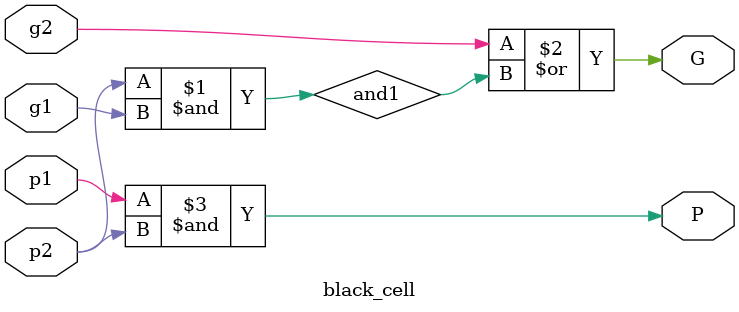
<source format=v>
module black_cell(p1, p2, g1, g2, G, P);
input  p1, p2, g1, g2;
output G, P;
wire   and1;

// put your design here
	and (and1, p2, g1);
	or (G, g2, and1);
	and (P, p1, p2);

endmodule

</source>
